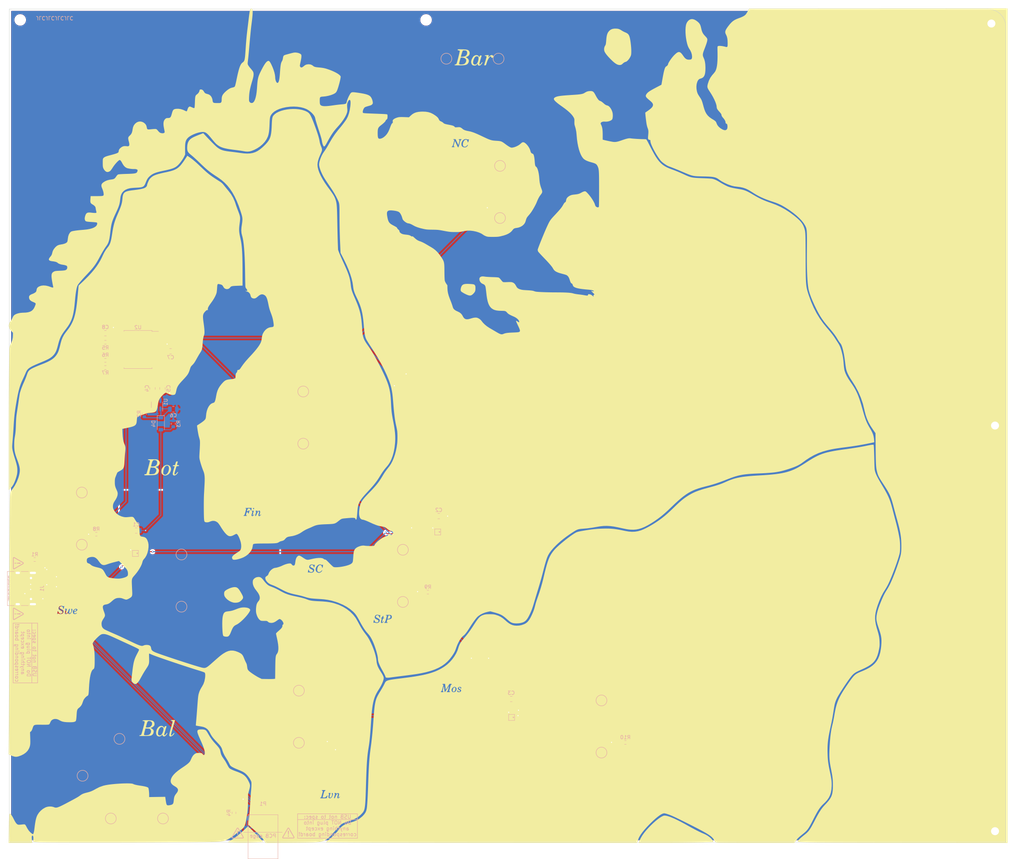
<source format=kicad_pcb>
(kicad_pcb (version 20211014) (generator pcbnew)
  (layers (0 "F.Cu" signal) (31 "B.Cu" signal) (34 "B.Paste" user) (35 "F.Paste" user) (36 "B.SilkS" user "B.Silkscreen") (37 "F.SilkS" user "F.Silkscreen") (38 "B.Mask" user) (39 "F.Mask" user) (44 "Edge.Cuts" user))
  (net 0 "")
  (net 1 "+5V")
  (net 2 "GND")
  (net 3 "+3V3")
  (net 4 "/LED_TL2TR")
  (net 5 "Net-(D1-Pad3)")
  (net 6 "Net-(D2-Pad3)")
  (net 7 "/LED_TR2BR")
  (net 8 "/GPIO1_SCL")
  (net 9 "/GPIO0_SDA")
  (net 10 "/SUP34")
  (net 13 "Net-(J1-PadS1)")
  (net 18 "Net-(P1-PadS1)")
  (net 19 "/SUP7")
  (net 20 "/SUP8")
  (net 21 "/SUP9")
  (net 23 "VS")
  (net 24 "Net-(R2-Pad1)")
  (net 25 "Net-(R5-Pad1)")
  (footprint "dip:SK6805-EC" (layer "F.Cu") (at 158.6 215.6)
    (fp_text reference "D3" hide)
    (fp_text value "SK6805-EC" hide)
    (pad "1" smd rect (at -0.475 0.475) (size 0.55 0.55) (layers "F.Cu" "F.Paste" "F.Mask") (net 6 "Net-(D2-Pad3)"))
    (pad "2" smd rect (at 0.475 0.475) (size 0.55 0.55) (layers "F.Cu" "F.Paste" "F.Mask") (net 1 "+5V"))
    (pad "3" smd rect (at 0.475 -0.475) (size 0.55 0.55) (layers "F.Cu" "F.Paste" "F.Mask") (net 7 "/LED_TR2BR"))
    (pad "4" smd rect (at -0.475 -0.475) (size 0.55 0.55) (layers "F.Cu" "F.Paste" "F.Mask") (net 2 "GND"))
  )
  (footprint "dip:TestPoint_Pad_D2.0mm" (layer "F.Cu") (at 128.6 172.2)
    (fp_text reference "TP1" hide)
    (fp_text value "TestPoint" hide)
    (pad "1" smd circle (at 0 0) (size 2 2) (layers "F.Cu" "F.Mask") (net 3 "+3V3"))
  )
  (footprint "dip:SK6805-EC" (layer "F.Cu") (at 54.8 170.3)
    (fp_text reference "D1" hide)
    (fp_text value "SK6805-EC" hide)
    (pad "1" smd rect (at -0.475 0.475) (size 0.55 0.55) (layers "F.Cu" "F.Paste" "F.Mask") (net 4 "/LED_TL2TR"))
    (pad "2" smd rect (at 0.475 0.475) (size 0.55 0.55) (layers "F.Cu" "F.Paste" "F.Mask") (net 1 "+5V"))
    (pad "3" smd rect (at 0.475 -0.475) (size 0.55 0.55) (layers "F.Cu" "F.Paste" "F.Mask") (net 5 "Net-(D1-Pad3)"))
    (pad "4" smd rect (at -0.475 -0.475) (size 0.55 0.55) (layers "F.Cu" "F.Paste" "F.Mask") (net 2 "GND"))
  )
  (footprint "dip:SK6805-EC" (layer "F.Cu") (at 138.2 164.4)
    (fp_text reference "D2" hide)
    (fp_text value "SK6805-EC" hide)
    (pad "1" smd rect (at -0.475 0.475) (size 0.55 0.55) (layers "F.Cu" "F.Paste" "F.Mask") (net 5 "Net-(D1-Pad3)"))
    (pad "2" smd rect (at 0.475 0.475) (size 0.55 0.55) (layers "F.Cu" "F.Paste" "F.Mask") (net 1 "+5V"))
    (pad "3" smd rect (at 0.475 -0.475) (size 0.55 0.55) (layers "F.Cu" "F.Paste" "F.Mask") (net 6 "Net-(D2-Pad3)"))
    (pad "4" smd rect (at -0.475 -0.475) (size 0.55 0.55) (layers "F.Cu" "F.Paste" "F.Mask") (net 2 "GND"))
  )
  (footprint "dip:TestPoint_Pad_D2.0mm" (layer "F.Cu") (at 155.4 74.8 180)
    (fp_text reference "TP2" hide)
    (fp_text value "TestPoint" hide)
    (pad "1" smd circle (at 0 0 180) (size 2 2) (layers "F.Cu" "F.Mask") (net 20 "/SUP8"))
  )
  (footprint "MountingHole:MountingHole_2.2mm_M2" (layer "F.Cu") (at 292 135)
    (fp_text reference "H2")
    (fp_text value "MountingHole")
    (pad "" np_thru_hole circle (at 0 0) (size 2.2 2.2) (drill 2.2) (layers *.Cu *.Mask))
  )
  (footprint "dip:TestPoint_Pad_D2.0mm" (layer "F.Cu") (at 183.4 213.8)
    (fp_text reference "TP3" hide)
    (fp_text value "TestPoint" hide)
    (pad "1" smd circle (at 0 0) (size 2 2) (layers "F.Cu" "F.Mask") (net 3 "+3V3"))
  )
  (footprint "LOGO" (layer "F.Cu") (at 157.6 135)
    (fp_text reference "G***" hide)
    (fp_text value "LOGO" hide)
  )
  (footprint "MountingHole:MountingHole_2.2mm_M2" (layer "F.Cu") (at 135 23)
    (fp_text reference "H4")
    (fp_text value "MountingHole")
    (pad "" np_thru_hole circle (at 0 0) (size 2.2 2.2) (drill 2.2) (layers *.Cu *.Mask))
  )
  (footprint "MountingHole:MountingHole_2.2mm_M2" (layer "F.Cu") (at 292 247)
    (fp_text reference "H1")
    (fp_text value "MountingHole")
    (pad "" np_thru_hole circle (at 0 0) (size 2.2 2.2) (drill 2.2) (layers *.Cu *.Mask))
  )
  (footprint "dip:TestPoint_Pad_D2.0mm" (layer "F.Cu") (at 155.4 66.2)
    (fp_text reference "TP5" hide)
    (fp_text value "TestPoint" hide)
    (pad "1" smd circle (at 0 0) (size 2 2) (layers "F.Cu" "F.Mask") (net 3 "+3V3"))
  )
  (footprint "dip:TestPoint_Pad_D2.0mm" (layer "F.Cu") (at 183.4 222.4 180)
    (fp_text reference "TP8" hide)
    (fp_text value "TestPoint" hide)
    (pad "1" smd circle (at 0 0 180) (size 2 2) (layers "F.Cu" "F.Mask") (net 21 "/SUP9"))
  )
  (footprint "MountingHole:MountingHole_2.2mm_M2" (layer "F.Cu") (at 291 24)
    (fp_text reference "H3")
    (fp_text value "MountingHole")
    (pad "" np_thru_hole circle (at 0 0) (size 2.2 2.2) (drill 2.2) (layers *.Cu *.Mask))
  )
  (footprint "dip:TestPoint_Pad_D2.0mm" (layer "F.Cu") (at 128.6 180.8 180)
    (fp_text reference "TP7" hide)
    (fp_text value "TestPoint" hide)
    (pad "1" smd circle (at 0 0 180) (size 2 2) (layers "F.Cu" "F.Mask") (net 20 "/SUP8"))
  )
  (footprint "dip:TestPoint_Pad_D2.0mm" (layer "F.Cu") (at 40 156.4)
    (fp_text reference "TP4" hide)
    (fp_text value "TestPoint" hide)
    (pad "1" smd circle (at 0 0) (size 2 2) (layers "F.Cu" "F.Mask") (net 3 "+3V3"))
  )
  (footprint "MountingHole:MountingHole_2.2mm_M2" (layer "F.Cu") (at 23 23)
    (fp_text reference "H5")
    (fp_text value "MountingHole")
    (pad "" np_thru_hole circle (at 0 0) (size 2.2 2.2) (drill 2.2) (layers *.Cu *.Mask))
  )
  (footprint "dip:TestPoint_Pad_D2.0mm" (layer "F.Cu") (at 40 165 180)
    (fp_text reference "TP6" hide)
    (fp_text value "TestPoint" hide)
    (pad "1" smd circle (at 0 0 180) (size 2 2) (layers "F.Cu" "F.Mask") (net 19 "/SUP7"))
  )
  (footprint "Resistor_SMD:R_0603_1608Metric" (layer "B.Cu") (at 46.5 117)
    (fp_text reference "R6" (at 0 -1.5) (layer "B.SilkS") (effects (justify mirror)))
    (fp_text value "10k")
    (pad "1" smd roundrect (at -0.825 0) (size 0.8 0.95) (layers "B.Cu" "B.Paste" "B.Mask") (net 3 "+3V3"))
    (pad "2" smd roundrect (at 0.825 0) (size 0.8 0.95) (layers "B.Cu" "B.Paste" "B.Mask") (net 8 "/GPIO1_SCL"))
  )
  (footprint "LOGO" (layer "B.Cu") (at 97 247.5 180)
    (fp_text reference "G***" hide)
    (fp_text value "LOGO" hide)
  )
  (footprint "Capacitor_SMD:C_0805_2012Metric" (layer "B.Cu") (at 55 164 180)
    (fp_text reference "C1" (at 0 1.68) (layer "B.SilkS") (effects (justify mirror)))
    (fp_text value "0.1µ")
    (pad "1" smd roundrect (at -0.95 0 180) (size 1 1.45) (layers "B.Cu" "B.Paste" "B.Mask") (net 1 "+5V"))
    (pad "2" smd roundrect (at 0.95 0 180) (size 1 1.45) (layers "B.Cu" "B.Paste" "B.Mask") (net 2 "GND"))
  )
  (footprint "Resistor_SMD:R_0603_1608Metric" (layer "B.Cu") (at 65.25 134.5 90)
    (fp_text reference "R3" (at 0 1.43 90) (layer "B.SilkS") (effects (justify mirror)))
    (fp_text value "10k")
    (pad "1" smd roundrect (at -0.825 0 90) (size 0.8 0.95) (layers "B.Cu" "B.Paste" "B.Mask") (net 1 "+5V"))
    (pad "2" smd roundrect (at 0.825 0 90) (size 0.8 0.95) (layers "B.Cu" "B.Paste" "B.Mask") (net 2 "GND"))
  )
  (footprint "LOGO" (layer "B.Cu") (at 22.5 187 90)
    (fp_text reference "G***" hide)
    (fp_text value "LOGO" hide)
  )
  (footprint "Resistor_SMD:R_0603_1608Metric" (layer "B.Cu") (at 44 165 180)
    (fp_text reference "R8" (at 0 1.43) (layer "B.SilkS") (effects (justify mirror)))
    (fp_text value "10k")
    (pad "1" smd roundrect (at -0.825 0 180) (size 0.8 0.95) (layers "B.Cu" "B.Paste" "B.Mask") (net 2 "GND"))
    (pad "2" smd roundrect (at 0.825 0 180) (size 0.8 0.95) (layers "B.Cu" "B.Paste" "B.Mask") (net 19 "/SUP7"))
  )
  (footprint "Capacitor_SMD:C_0805_2012Metric" (layer "B.Cu") (at 64.5 114.5)
    (fp_text reference "C7" (at 0 1.68) (layer "B.SilkS") (effects (justify mirror)))
    (fp_text value "0.1u")
    (pad "1" smd roundrect (at -0.95 0) (size 1 1.45) (layers "B.Cu" "B.Paste" "B.Mask") (net 3 "+3V3"))
    (pad "2" smd roundrect (at 0.95 0) (size 1 1.45) (layers "B.Cu" "B.Paste" "B.Mask") (net 2 "GND"))
  )
  (footprint "LOGO" (layer "B.Cu") (at 83 247.5 180)
    (fp_text reference "G***" hide)
    (fp_text value "LOGO" hide)
  )
  (footprint "dip:USB_C_Plug_edge_launch" (layer "B.Cu") (at 90 243.8 180)
    (fp_text reference "P1" (at 0 4.36) (layer "B.SilkS") (effects (justify mirror)))
    (fp_text value "USB_C_Plug")
    (fp_text user "PCB edge" (at 0 -4.5 unlocked) (layer "B.SilkS") (effects (justify mirror)))
    (pad "A1" smd rect (at 2.75 2.25 180) (size 0.4 1.825) (layers "B.Cu" "B.Paste" "B.Mask") (net 2 "GND"))
    (pad "A4" smd rect (at 1.25 2.25 180) (size 0.4 1.825) (layers "B.Cu" "B.Paste" "B.Mask") (net 1 "+5V"))
    (pad "A5" smd rect (at 0.75 2.25 180) (size 0.4 1.825) (layers "B.Cu" "B.Paste" "B.Mask") (net 8 "/GPIO1_SCL"))
    (pad "A6" smd rect (at 0.25 2.25 180) (size 0.4 1.825) (layers "B.Cu" "B.Paste" "B.Mask") (net 9 "/GPIO0_SDA"))
    (pad "A7" smd rect (at -0.25 2.25 180) (size 0.4 1.825) (layers "B.Cu" "B.Paste" "B.Mask") (net 10 "/SUP34"))
    (pad "A10" smd rect (at -1.75 2.25 180) (size 0.4 1.825) (layers "B.Cu" "B.Paste" "B.Mask"))
    (pad "A11" smd rect (at -2.25 2.25 180) (size 0.4 1.825) (layers "B.Cu" "B.Paste" "B.Mask"))
    (pad "B2" smd rect (at -2.75 2.25 180) (size 0.4 1.825) (layers "B.Cu" "B.Paste" "B.Mask"))
    (pad "B3" smd rect (at -1.25 2.25 180) (size 0.4 1.825) (layers "B.Cu" "B.Paste" "B.Mask"))
    (pad "B5" smd rect (at -0.75 2.25 180) (size 0.4 1.825) (layers "B.Cu" "B.Paste" "B.Mask") (net 7 "/LED_TR2BR"))
    (pad "B9" smd rect (at 1.75 2.25 180) (size 0.4 1.825) (layers "B.Cu" "B.Paste" "B.Mask") (net 1 "+5V"))
    (pad "B12" smd rect (at 2.25 2.25 180) (size 0.4 1.825) (layers "B.Cu" "B.Paste" "B.Mask") (net 2 "GND"))
    (pad "S1" smd rect (at -1.75 -2.3 180) (size 1.2 1.2) (layers "B.Cu" "B.Paste" "B.Mask") (net 18 "Net-(P1-PadS1)"))
    (pad "S1" smd rect (at -1.25 -0.55 180) (size 1.2 1.2) (layers "B.Cu" "B.Paste" "B.Mask") (net 18 "Net-(P1-PadS1)"))
    (pad "S1" smd rect (at 1.75 -2.3 180) (size 1.2 1.2) (layers "B.Cu" "B.Paste" "B.Mask") (net 18 "Net-(P1-PadS1)"))
    (pad "S1" smd rect (at -4.55 0.4 180) (size 1.5 1.2) (layers "B.Cu" "B.Paste" "B.Mask") (net 18 "Net-(P1-PadS1)"))
    (pad "S1" smd rect (at 3.25 2.15625 180) (size 0.4 2.0125) (layers "B.Cu" "B.Paste" "B.Mask") (net 18 "Net-(P1-PadS1)"))
    (pad "S1" smd rect (at -3.25 2.15 180) (size 0.4 2.0125) (layers "B.Cu" "B.Paste" "B.Mask") (net 18 "Net-(P1-PadS1)"))
    (pad "S1" smd rect (at 1.25 -0.55 180) (size 1.2 1.2) (layers "B.Cu" "B.Paste" "B.Mask") (net 18 "Net-(P1-PadS1)"))
    (pad "S1" smd rect (at 4.55 -2.3 180) (size 1.5 1.2) (layers "B.Cu" "B.Paste" "B.Mask") (net 18 "Net-(P1-PadS1)"))
    (pad "S1" smd rect (at 4.55 0.35 180) (size 1.5 1.2) (layers "B.Cu" "B.Paste" "B.Mask") (net 18 "Net-(P1-PadS1)"))
    (pad "S1" smd rect (at -4.55 -2.25 180) (size 1.5 1.2) (layers "B.Cu" "B.Paste" "B.Mask") (net 18 "Net-(P1-PadS1)"))
  )
  (footprint "Resistor_SMD:R_0603_1608Metric" (layer "B.Cu") (at 46.5 112 180)
    (fp_text reference "R5" (at 0 -1.5) (layer "B.SilkS") (effects (justify mirror)))
    (fp_text value "1k")
    (pad "1" smd roundrect (at -0.825 0 180) (size 0.8 0.95) (layers "B.Cu" "B.Paste" "B.Mask") (net 25 "Net-(R5-Pad1)"))
    (pad "2" smd roundrect (at 0.825 0 180) (size 0.8 0.95) (layers "B.Cu" "B.Paste" "B.Mask") (net 3 "+3V3"))
  )
  (footprint "LOGO" (layer "B.Cu") (at 22.5 173 90)
    (fp_text reference "G***" hide)
    (fp_text value "LOGO" hide)
  )
  (footprint "Resistor_SMD:R_0603_1608Metric" (layer "B.Cu") (at 82 241.94 -90)
    (fp_text reference "R4" (at 0 1.43 90) (layer "B.SilkS") (effects (justify mirror)))
    (fp_text value "1M")
    (pad "1" smd roundrect (at -0.825 0 270) (size 0.8 0.95) (layers "B.Cu" "B.Paste" "B.Mask") (net 2 "GND"))
    (pad "2" smd roundrect (at 0.825 0 270) (size 0.8 0.95) (layers "B.Cu" "B.Paste" "B.Mask") (net 18 "Net-(P1-PadS1)"))
  )
  (footprint "Package_SO:SOIC-16W_7.5x10.3mm_P1.27mm" (layer "B.Cu") (at 55.5 114 180)
    (fp_text reference "U2" (at 0 6.1) (layer "B.SilkS") (effects (justify mirror)))
    (fp_text value "PCF8591")
    (pad "1" smd roundrect (at -4.65 4.445 180) (size 2.05 0.6) (layers "B.Cu" "B.Paste" "B.Mask") (net 19 "/SUP7"))
    (pad "2" smd roundrect (at -4.65 3.175 180) (size 2.05 0.6) (layers "B.Cu" "B.Paste" "B.Mask") (net 20 "/SUP8"))
    (pad "3" smd roundrect (at -4.65 1.905 180) (size 2.05 0.6) (layers "B.Cu" "B.Paste" "B.Mask") (net 21 "/SUP9"))
    (pad "4" smd roundrect (at -4.65 0.635 180) (size 2.05 0.6) (layers "B.Cu" "B.Paste" "B.Mask"))
    (pad "5" smd roundrect (at -4.65 -0.635 180) (size 2.05 0.6) (layers "B.Cu" "B.Paste" "B.Mask") (net 3 "+3V3"))
    (pad "6" smd roundrect (at -4.65 -1.905 180) (size 2.05 0.6) (layers "B.Cu" "B.Paste" "B.Mask") (net 2 "GND"))
    (pad "7" smd roundrect (at -4.65 -3.175 180) (size 2.05 0.6) (layers "B.Cu" "B.Paste" "B.Mask") (net 2 "GND"))
    (pad "8" smd roundrect (at -4.65 -4.445 180) (size 2.05 0.6) (layers "B.Cu" "B.Paste" "B.Mask") (net 2 "GND"))
    (pad "9" smd roundrect (at 4.65 -4.445 180) (size 2.05 0.6) (layers "B.Cu" "B.Paste" "B.Mask") (net 9 "/GPIO0_SDA"))
    (pad "10" smd roundrect (at 4.65 -3.175 180) (size 2.05 0.6) (layers "B.Cu" "B.Paste" "B.Mask") (net 8 "/GPIO1_SCL"))
    (pad "11" smd roundrect (at 4.65 -1.905 180) (size 2.05 0.6) (layers "B.Cu" "B.Paste" "B.Mask"))
    (pad "12" smd roundrect (at 4.65 -0.635 180) (size 2.05 0.6) (layers "B.Cu" "B.Paste" "B.Mask") (net 2 "GND"))
    (pad "13" smd roundrect (at 4.65 0.635 180) (size 2.05 0.6) (layers "B.Cu" "B.Paste" "B.Mask") (net 2 "GND"))
    (pad "14" smd roundrect (at 4.65 1.905 180) (size 2.05 0.6) (layers "B.Cu" "B.Paste" "B.Mask") (net 25 "Net-(R5-Pad1)"))
    (pad "15" smd roundrect (at 4.65 3.175 180) (size 2.05 0.6) (layers "B.Cu" "B.Paste" "B.Mask"))
    (pad "16" smd roundrect (at 4.65 4.445 180) (size 2.05 0.6) (layers "B.Cu" "B.Paste" "B.Mask") (net 3 "+3V3"))
  )
  (footprint "Package_TO_SOT_SMD:SOT-23-5" (layer "B.Cu") (at 60.75 129.25 90)
    (fp_text reference "U1" (at 0.75 2.4 90) (layer "B.SilkS") (effects (justify mirror)))
    (fp_text value "AP2112K-3.3")
    (pad "1" smd roundrect (at -1.1375 0.95 90) (size 1.325 0.6) (layers "B.Cu" "B.Paste" "B.Mask") (net 23 "VS"))
    (pad "2" smd roundrect (at -1.1375 0 90) (size 1.325 0.6) (layers "B.Cu" "B.Paste" "B.Mask") (net 2 "GND"))
    (pad "3" smd roundrect (at -1.1375 -0.95 90) (size 1.325 0.6) (layers "B.Cu" "B.Paste" "B.Mask") (net 24 "Net-(R2-Pad1)"))
    (pad "4" smd roundrect (at 1.1375 -0.95 90) (size 1.325 0.6) (layers "B.Cu" "B.Paste" "B.Mask"))
    (pad "5" smd roundrect (at 1.1375 0.95 90) (size 1.325 0.6) (layers "B.Cu" "B.Paste" "B.Mask") (net 3 "+3V3"))
  )
  (footprint "Resistor_SMD:R_0603_1608Metric" (layer "B.Cu") (at 190 222.5 180)
    (fp_text reference "R10" (at 0 1.43) (layer "B.SilkS") (effects (justify mirror)))
    (fp_text value "10k")
    (pad "1" smd roundrect (at -0.825 0 180) (size 0.8 0.95) (layers "B.Cu" "B.Paste" "B.Mask") (net 2 "GND"))
    (pad "2" smd roundrect (at 0.825 0 180) (size 0.8 0.95) (layers "B.Cu" "B.Paste" "B.Mask") (net 21 "/SUP9"))
  )
  (footprint "Resistor_SMD:R_0603_1608Metric" (layer "B.Cu") (at 135.5 181 180)
    (fp_text reference "R9" (at 0 1.43) (layer "B.SilkS") (effects (justify mirror)))
    (fp_text value "10k")
    (pad "1" smd roundrect (at -0.825 0 180) (size 0.8 0.95) (layers "B.Cu" "B.Paste" "B.Mask") (net 2 "GND"))
    (pad "2" smd roundrect (at 0.825 0 180) (size 0.8 0.95) (layers "B.Cu" "B.Paste" "B.Mask") (net 20 "/SUP8"))
  )
  (footprint "Capacitor_SMD:C_0805_2012Metric" (layer "B.Cu") (at 46.5 109.5 180)
    (fp_text reference "C8" (at 0 1.68) (layer "B.SilkS") (effects (justify mirror)))
    (fp_text value "10u")
    (pad "1" smd roundrect (at -0.95 0 180) (size 1 1.45) (layers "B.Cu" "B.Paste" "B.Mask") (net 3 "+3V3"))
    (pad "2" smd roundrect (at 0.95 0 180) (size 1 1.45) (layers "B.Cu" "B.Paste" "B.Mask") (net 2 "GND"))
  )
  (footprint "Capacitor_SMD:C_0805_2012Metric" (layer "B.Cu") (at 65.25 130.5)
    (fp_text reference "C6" (at 0 1.68) (layer "B.SilkS") (effects (justify mirror)))
    (fp_text value "10µ")
    (pad "1" smd roundrect (at -0.95 0) (size 1 1.45) (layers "B.Cu" "B.Paste" "B.Mask") (net 23 "VS"))
    (pad "2" smd roundrect (at 0.95 0) (size 1 1.45) (layers "B.Cu" "B.Paste" "B.Mask") (net 2 "GND"))
  )
  (footprint "Resistor_SMD:R_0603_1608Metric" (layer "B.Cu") (at 46.5 119)
    (fp_text reference "R7" (at 0 1.43) (layer "B.SilkS") (effects (justify mirror)))
    (fp_text value "10k")
    (pad "1" smd roundrect (at -0.825 0) (size 0.8 0.95) (layers "B.Cu" "B.Paste" "B.Mask") (net 3 "+3V3"))
    (pad "2" smd roundrect (at 0.825 0) (size 0.8 0.95) (layers "B.Cu" "B.Paste" "B.Mask") (net 9 "/GPIO0_SDA"))
  )
  (footprint "dip:USB_C_Receptacle_HRO_TYPE-C-31-M-12" (layer "B.Cu") (at 23.37 180 90)
    (fp_text reference "J1" (at 0 5.645 90) (layer "B.SilkS") (effects (justify mirror)))
    (fp_text value "USB_C_Receptacle_USB2.0")
    (fp_text user "7.35mm from back of mounting hole" (at 0 -3.57 270 unlocked) (layer "B.SilkS") (effects (font (size 0.25 0.25) (thickness 0.0625)) (justify mirror)))
    (pad "" np_thru_hole circle (at 2.89 2.6 90) (size 0.65 0.65) (drill 0.65) (layers *.Cu *.Mask))
    (pad "" np_thru_hole circle (at -2.89 2.6 90) (size 0.65 0.65) (drill 0.65) (layers *.Cu *.Mask))
    (pad "A1" smd rect (at -3.25 4.045 90) (size 0.6 1.45) (layers "B.Cu" "B.Paste" "B.Mask") (net 2 "GND"))
    (pad "A4" smd rect (at -2.45 4.045 90) (size 0.6 1.45) (layers "B.Cu" "B.Paste" "B.Mask") (net 1 "+5V"))
    (pad "A5" smd rect (at -1.25 4.045 90) (size 0.3 1.45) (layers "B.Cu" "B.Paste" "B.Mask") (net 8 "/GPIO1_SCL"))
    (pad "A6" smd rect (at -0.25 4.045 90) (size 0.3 1.45) (layers "B.Cu" "B.Paste" "B.Mask") (net 9 "/GPIO0_SDA"))
    (pad "A7" smd rect (at 0.25 4.045 90) (size 0.3 1.45) (layers "B.Cu" "B.Paste" "B.Mask") (net 10 "/SUP34"))
    (pad "A8" smd rect (at 1.25 4.045 90) (size 0.3 1.45) (layers "B.Cu" "B.Paste" "B.Mask"))
    (pad "A9" smd rect (at 2.45 4.045 90) (size 0.6 1.45) (layers "B.Cu" "B.Paste" "B.Mask") (net 1 "+5V"))
    (pad "A12" smd rect (at 3.25 4.045 90) (size 0.6 1.45) (layers "B.Cu" "B.Paste" "B.Mask") (net 2 "GND"))
    (pad "B1" smd rect (at 3.25 4.045 90) (size 0.6 1.45) (layers "B.Cu" "B.Paste" "B.Mask") (net 2 "GND"))
    (pad "B4" smd rect (at 2.45 4.045 90) (size 0.6 1.45) (layers "B.Cu" "B.Paste" "B.Mask") (net 1 "+5V"))
    (pad "B5" smd rect (at 1.75 4.045 90) (size 0.3 1.45) (layers "B.Cu" "B.Paste" "B.Mask") (net 4 "/LED_TL2TR"))
    (pad "B6" smd rect (at 0.75 4.045 90) (size 0.3 1.45) (layers "B.Cu" "B.Paste" "B.Mask") (net 9 "/GPIO0_SDA"))
    (pad "B7" smd rect (at -0.75 4.045 90) (size 0.3 1.45) (layers "B.Cu" "B.Paste" "B.Mask") (net 10 "/SUP34"))
    (pad "B8" smd rect (at -1.75 4.045 90) (size 0.3 1.45) (layers "B.Cu" "B.Paste" "B.Mask"))
    (pad "B9" smd rect (at -2.45 4.045 90) (size 0.6 1.45) (layers "B.Cu" "B.Paste" "B.Mask") (net 1 "+5V"))
    (pad "B12" smd rect (at -3.25 4.045 90) (size 0.6 1.45) (layers "B.Cu" "B.Paste" "B.Mask") (net 2 "GND"))
    (pad "S1" thru_hole oval (at 4.32 -1.05 90) (size 1 1.6) (drill oval 0.6 1.2) (layers *.Cu *.Mask) (net 13 "Net-(J1-PadS1)"))
    (pad "S1" thru_hole oval (at 4.32 3.13 90) (size 1 2.1) (drill oval 0.6 1.7) (layers *.Cu *.Mask) (net 13 "Net-(J1-PadS1)"))
    (pad "S1" thru_hole oval (at -4.32 -1.05 90) (size 1 1.6) (drill oval 0.6 1.2) (layers *.Cu *.Mask) (net 13 "Net-(J1-PadS1)"))
    (pad "S1" thru_hole oval (at -4.32 3.13 90) (size 1 2.1) (drill oval 0.6 1.7) (layers *.Cu *.Mask) (net 13 "Net-(J1-PadS1)"))
  )
  (footprint "Resistor_SMD:R_0603_1608Metric" (layer "B.Cu") (at 27 172 180)
    (fp_text reference "R1" (at 0 1.43) (layer "B.SilkS") (effects (justify mirror)))
    (fp_text value "1M")
    (pad "1" smd roundrect (at -0.825 0 180) (size 0.8 0.95) (layers "B.Cu" "B.Paste" "B.Mask") (net 2 "GND"))
    (pad "2" smd roundrect (at 0.825 0 180) (size 0.8 0.95) (layers "B.Cu" "B.Paste" "B.Mask") (net 13 "Net-(J1-PadS1)"))
  )
  (footprint "Capacitor_SMD:C_0805_2012Metric" (layer "B.Cu") (at 158.5 210.5 180)
    (fp_text reference "C3" (at 0 1.68) (layer "B.SilkS") (effects (justify mirror)))
    (fp_text value "0.1µ")
    (pad "1" smd roundrect (at -0.95 0 180) (size 1 1.45) (layers "B.Cu" "B.Paste" "B.Mask") (net 1 "+5V"))
    (pad "2" smd roundrect (at 0.95 0 180) (size 1 1.45) (layers "B.Cu" "B.Paste" "B.Mask") (net 2 "GND"))
  )
  (footprint "Capacitor_SMD:C_0805_2012Metric" (layer "B.Cu") (at 59.5 124.75 90)
    (fp_text reference "C4" (at 0 -1.5 90) (layer "B.SilkS") (effects (justify mirror)))
    (fp_text value "10µ")
    (pad "1" smd roundrect (at -0.95 0 90) (size 1 1.45) (layers "B.Cu" "B.Paste" "B.Mask") (net 3 "+3V3"))
    (pad "2" smd roundrect (at 0.95 0 90) (size 1 1.45) (layers "B.Cu" "B.Paste" "B.Mask") (net 2 "GND"))
  )
  (footprint "Resistor_SMD:R_0603_1608Metric" (layer "B.Cu") (at 57.25 131.75 -90)
    (fp_text reference "R2" (at 0 1.43 90) (layer "B.SilkS") (effects (justify mirror)))
    (fp_text value "10k")
    (pad "1" smd roundrect (at -0.825 0 270) (size 0.8 0.95) (layers "B.Cu" "B.Paste" "B.Mask") (net 24 "Net-(R2-Pad1)"))
    (pad "2" smd roundrect (at 0.825 0 270) (size 0.8 0.95) (layers "B.Cu" "B.Paste" "B.Mask") (net 23 "VS"))
  )
  (footprint "Capacitor_SMD:C_0805_2012Metric" (layer "B.Cu") (at 138.5 160 180)
    (fp_text reference "C2" (at 0 1.68) (layer "B.SilkS") (effects (justify mirror)))
    (fp_text value "0.1µ")
    (pad "1" smd roundrect (at -0.95 0 180) (size 1 1.45) (layers "B.Cu" "B.Paste" "B.Mask") (net 1 "+5V"))
    (pad "2" smd roundrect (at 0.95 0 180) (size 1 1.45) (layers "B.Cu" "B.Paste" "B.Mask") (net 2 "GND"))
  )
  (footprint "Diode_SMD:D_SOD-123" (layer "B.Cu") (at 61.8 134.5 -90)
    (fp_text reference "D4" (at 0 2 90) (layer "B.SilkS") (effects (justify mirror)))
    (fp_text value "MBR0540")
    (pad "1" smd rect (at -1.65 0 270) (size 0.9 1.2) (layers "B.Cu" "B.Paste" "B.Mask") (net 23 "VS"))
    (pad "2" smd rect (at 1.65 0 270) (size 0.9 1.2) (layers "B.Cu" "B.Paste" "B.Mask") (net 1 "+5V"))
  )
  (footprint "Capacitor_SMD:C_0805_2012Metric" (layer "B.Cu") (at 62.25 124.75 90)
    (fp_text reference "C5" (at 0 1.68 90) (layer "B.SilkS") (effects (justify mirror)))
    (fp_text value "10µ")
    (pad "1" smd roundrect (at -0.95 0 90) (size 1 1.45) (layers "B.Cu" "B.Paste" "B.Mask") (net 3 "+3V3"))
    (pad "2" smd roundrect (at 0.95 0 90) (size 1 1.45) (layers "B.Cu" "B.Paste" "B.Mask") (net 2 "GND"))
  )
  (gr_circle (center 67.5 170.6) (end 69 170.6) (layer "B.SilkS") (width 0.15) (fill none))
  (gr_line (start 116.05 243.8) (end 99.55 243.8) (layer "B.SilkS") (width 0.15))
  (gr_circle (center 99.9 208.2) (end 101.4 208.2) (layer "B.SilkS") (width 0.15) (fill none))
  (gr_circle (center 99.9 222.6) (end 101.4 222.6) (layer "B.SilkS") (width 0.15) (fill none))
  (gr_line (start 21.05 206.05) (end 27.8 206.05) (layer "B.SilkS") (width 0.15))
  (gr_line (start 26.2 206.05) (end 26.2 189.55) (layer "B.SilkS") (width 0.15))
  (gr_circle (center 40.208831 231.691169) (end 39.148171 230.630509) (layer "B.SilkS") (width 0.15) (fill none))
  (gr_line (start 21.05 189.55) (end 21.05 206.05) (layer "B.SilkS") (width 0.15))
  (gr_circle (center 155 33.7) (end 155 32.2) (layer "B.SilkS") (width 0.15) (fill none))
  (gr_circle (center 50.391169 221.508831) (end 49.330509 220.448171) (layer "B.SilkS") (width 0.15) (fill none))
  (gr_circle (center 62.4 243.5) (end 62.4 242) (layer "B.SilkS") (width 0.15) (fill none))
  (gr_circle (center 101.1 140) (end 102.6 140) (layer "B.SilkS") (width 0.15) (fill none))
  (gr_line (start 27.8 206.05) (end 27.8 189.55) (layer "B.SilkS") (width 0.15))
  (gr_line (start 116.05 242.2) (end 99.55 242.2) (layer "B.SilkS") (width 0.15))
  (gr_circle (center 67.5 185) (end 69 185) (layer "B.SilkS") (width 0.15) (fill none))
  (gr_circle (center 140.6 33.7) (end 140.6 32.2) (layer "B.SilkS") (width 0.15) (fill none))
  (gr_circle (center 48 243.5) (end 48 242) (layer "B.SilkS") (width 0.15) (fill none))
  (gr_circle (center 101.1 125.6) (end 102.6 125.6) (layer "B.SilkS") (width 0.15) (fill none))
  (gr_line (start 21.05 189.55) (end 27.8 189.55) (layer "B.SilkS") (width 0.15))
  (gr_line (start 99.55 248.95) (end 116.05 248.95) (layer "B.SilkS") (width 0.15))
  (gr_line (start 116.05 248.95) (end 116.05 242.2) (layer "B.SilkS") (width 0.15))
  (gr_line (start 99.55 248.95) (end 99.55 242.2) (layer "B.SilkS") (width 0.15))
  (gr_line (start 20 20) (end 20 250) (layer "Edge.Cuts") (width 0.1))
  (gr_line (start 20 20) (end 290 20) (layer "Edge.Cuts") (width 0.1))
  (gr_arc (start 290 20) (mid 293.535534 21.464466) (end 295 25) (layer "Edge.Cuts") (width 0.1))
  (gr_line (start 295 25) (end 295 250) (layer "Edge.Cuts") (width 0.1))
  (gr_line (start 20 250) (end 295 250) (layer "Edge.Cuts") (width 0.1))
  (gr_text "USB not to spec:\nDo NOT plug into\nanything except\ncorresponding board!" (at 24.55 197.8 270) (layer "B.SilkS") (effects (font (size 1 1)) (justify mirror)))
  (gr_text "USB not to spec:\nDo NOT plug into\nanything except\ncorresponding board!" (at 107.8 245.45) (layer "B.SilkS") (effects (font (size 1 1)) (justify mirror)))
  (gr_text "JLCJLCJLCJLC" (at 32.5 22.5 180) (layer "B.SilkS") (effects (font (size 1 1)) (justify mirror)))
  (via (at 160.5 213.6) (size 0.5) (drill 0.3) (layers "F.Cu" "B.Cu") (net 1))
  (via (at 84.525 238.165) (size 0.5) (drill 0.3) (layers "F.Cu" "B.Cu") (net 1))
  (via (at 57.6 163.975) (size 0.5) (drill 0.3) (layers "F.Cu" "B.Cu") (net 1))
  (via (at 24.275 181.4) (size 0.5) (drill 0.3) (layers "F.Cu" "B.Cu") (net 1))
  (via (at 140.95 160) (size 0.5) (drill 0.3) (layers "F.Cu" "B.Cu") (net 1))
  (segment (start 25.006616 180.668384) (end 25.006616 180.815638) (width 0.2) (layer "B.Cu") (net 1))
  (segment (start 26.483918 177.55) (end 25.758918 178.275) (width 0.2) (layer "B.Cu") (net 1))
  (segment (start 88.25 240.34) (end 87.075 239.165) (width 0.2) (layer "B.Cu") (net 1))
  (segment (start 57.575 164) (end 57.6 163.975) (width 0.2) (layer "B.Cu") (net 1))
  (segment (start 86.075 238.165) (end 84.525 238.165) (width 0.2) (layer "B.Cu") (net 1))
  (segment (start 57.6 163.975) (end 61.8 159.775) (width 0.2) (layer "B.Cu") (net 1))
  (segment (start 139.45 160) (end 140.95 160) (width 0.2) (layer "B.Cu") (net 1))
  (segment (start 87.075 239.165) (end 86.075 238.165) (width 0.2) (layer "B.Cu") (net 1))
  (segment (start 26.640978 182.45) (end 27.415 182.45) (width 0.2) (layer "B.Cu") (net 1))
  (segment (start 61.8 159.775) (end 61.8 136.15) (width 0.2) (layer "B.Cu") (net 1))
  (segment (start 160.5 211.55) (end 160.5 213.6) (width 0.2) (layer "B.Cu") (net 1))
  (segment (start 25.006616 180.593385) (end 25.006616 180.668384) (width 0.2) (layer "B.Cu") (net 1))
  (segment (start 64.425 136.15) (end 65.25 135.325) (width 0.2) (layer "B.Cu") (net 1))
  (segment (start 24.94848 178.90152) (end 24.94848 180.535249) (width 0.2) (layer "B.Cu") (net 1))
  (segment (start 24.94848 180.535249) (end 25.006616 180.593385) (width 0.2) (layer "B.Cu") (net 1))
  (segment (start 159.45 210.5) (end 160.5 211.55) (width 0.2) (layer "B.Cu") (net 1))
  (segment (start 27.415 177.55) (end 26.483918 177.55) (width 0.2) (layer "B.Cu") (net 1))
  (segment (start 88.25 241.55) (end 88.75 241.55) (width 0.2) (layer "B.Cu") (net 1))
  (segment (start 25.758918 178.275) (end 25.575 178.275) (width 0.2) (layer "B.Cu") (net 1))
  (segment (start 55.95 164) (end 57.575 164) (width 0.2) (layer "B.Cu") (net 1))
  (segment (start 25.575 178.275) (end 24.94848 178.90152) (width 0.2) (layer "B.Cu") (net 1))
  (segment (start 25.006616 180.668384) (end 24.275 181.4) (width 0.2) (layer "B.Cu") (net 1))
  (segment (start 61.8 136.15) (end 64.425 136.15) (width 0.2) (layer "B.Cu") (net 1))
  (segment (start 88.25 241.55) (end 88.25 240.34) (width 0.2) (layer "B.Cu") (net 1))
  (segment (start 25.006616 180.815638) (end 26.640978 182.45) (width 0.2) (layer "B.Cu") (net 1))
  (segment (start 54.325 169.825) (end 53.975 169.825) (width 0.2) (layer "F.Cu") (net 2))
  (segment (start 137.5 163.925) (end 136.85 163.275) (width 0.2) (layer "F.Cu") (net 2))
  (segment (start 53.975 169.825) (end 53.475 169.325) (width 0.2) (layer "F.Cu") (net 2))
  (segment (start 110 224.5) (end 107.75 222.25) (width 0.2) (layer "F.Cu") (net 2))
  (segment (start 136.85 163.275) (end 131.025 163.275) (width 0.2) (layer "F.Cu") (net 2))
  (segment (start 152.25 199.25) (end 147.5 199.25) (width 0.2) (layer "F.Cu") (net 2))
  (segment (start 129.5 120.75) (end 126.25 124) (width 0.2) (layer "F.Cu") (net 2))
  (segment (start 137.725 163.925) (end 137.5 163.925) (width 0.2) (layer "F.Cu") (net 2))
  (segment (start 158.125 215.125) (end 158.125 214.5) (width 0.2) (layer "F.Cu") (net 2))
  (segment (start 131.025 163.275) (end 131 163.25) (width 0.2) (layer "F.Cu") (net 2))
  (segment (start 33 176.75) (end 33 179.5) (width 0.2) (layer "F.Cu") (net 2))
  (segment (start 158.125 214.5) (end 157.8 214.175) (width 0.2) (layer "F.Cu") (net 2))
  (via (at 110 224.5) (size 0.5) (drill 0.3) (layers "F.Cu" "B.Cu") (net 2))
  (via (at 136.85 163.275) (size 0.5) (drill 0.3) (layers "F.Cu" "B.Cu") (net 2))
  (via (at 152.25 199.25) (size 0.5) (drill 0.3) (layers "F.Cu" "B.Cu") (net 2))
  (via (at 129.5 120.75) (size 0.5) (drill 0.3) (layers "F.Cu" "B.Cu") (net 2))
  (via (at 33 176.75) (size 0.5) (drill 0.3) (layers "F.Cu" "B.Cu") (net 2))
  (via (at 33 179.5) (size 0.5) (drill 0.3) (layers "F.Cu" "B.Cu") (net 2))
  (via (at 131 163.25) (size 0.5) (drill 0.3) (layers "F.Cu" "B.Cu") (net 2))
  (via (at 126.25 124) (size 0.5) (drill 0.3) (layers "F.Cu" "B.Cu") (net 2))
  (via (at 147.5 199.25) (size 0.5) (drill 0.3) (layers "F.Cu" "B.Cu") (net 2))
  (via (at 157.8 214.175) (size 0.5) (drill 0.3) (layers "F.Cu" "B.Cu") (net 2))
  (via (at 53.475 169.325) (size 0.5) (drill 0.3) (layers "F.Cu" "B.Cu") (net 2))
  (via (at 107.75 222.25) (size 0.5) (drill 0.3) (layers "F.Cu" "B.Cu") (net 2))
  (segment (start 87 239.94) (end 87.75 240.69) (width 0.2) (layer "B.Cu") (net 2))
  (segment (start 87.25 240.19) (end 87.25 241.55) (width 0.2) (layer "B.Cu") (net 2))
  (segment (start 87.75 240.69) (end 87.75 241.55) (width 0.2) (layer "B.Cu") (net 2))
  (segment (start 83.175 239.94) (end 87 239.94) (width 0.2) (layer "B.Cu") (net 2))
  (segment (start 58.47548 128.086197) (end 58.47548 124.82452) (width 0.2) (layer "B.Cu") (net 2))
  (segment (start 82 241.115) (end 83.175 239.94) (width 0.2) (layer "B.Cu") (net 2))
  (segment (start 60.75 129.688323) (end 60.136197 129.07452) (width 0.2) (layer "B.Cu") (net 2))
  (segment (start 60.75 130.3875) (end 60.75 129.688323) (width 0.2) (layer "B.Cu") (net 2))
  (segment (start 27.675 183.25) (end 29.35 184.925) (width 0.2) (layer "B.Cu") (net 2))
  (segment (start 27.84952 176.31548) (end 27.415 176.75) (width 0.2) (layer "B.Cu") (net 2))
  (segment (start 29.425 176.75) (end 29.975 176.2) (width 0.2) (layer "B.Cu") (net 2))
  (segment (start 58.47548 124.82452) (end 59.5 123.8) (width 0.2) (layer "B.Cu") (net 2))
  (segment (start 59.463803 129.07452) (end 58.47548 128.086197) (width 0.2) (layer "B.Cu") (net 2))
  (segment (start 27.415 183.25) (end 27.675 183.25) (width 0.2) (layer "B.Cu") (net 2))
  (segment (start 27.825 172) (end 27.84952 172.02452) (width 0.2) (layer "B.Cu") (net 2))
  (segment (start 27.415 176.75) (end 29.425 176.75) (width 0.2) (layer "B.Cu") (net 2))
  (segment (start 87 239.94) (end 87.25 240.19) (width 0.2) (layer "B.Cu") (net 2))
  (segment (start 60.136197 129.07452) (end 59.463803 129.07452) (width 0.2) (layer "B.Cu") (net 2))
  (segment (start 27.84952 172.02452) (end 27.84952 176.31548) (width 0.2) (layer "B.Cu") (net 2))
  (via (at 48.725 107.925) (size 0.5) (drill 0.3) (layers "F.Cu" "B.Cu") (net 3))
  (via (at 64.25 126) (size 0.5) (drill 0.3) (layers "F.Cu" "B.Cu") (net 3))
  (via (at 63.55 112.5) (size 0.5) (drill 0.3) (layers "F.Cu" "B.Cu") (net 3))
  (segment (start 62.25 125.7) (end 63.95 125.7) (width 0.25) (layer "B.Cu") (net 3))
  (segment (start 45.675 111.275) (end 47.45 109.5) (width 0.25) (layer "B.Cu") (net 3))
  (segment (start 59.723928 114.635) (end 60.15 114.635) (width 0.25) (layer "B.Cu") (net 3))
  (segment (start 63.415 114.635) (end 63.55 114.5) (width 0.25) (layer "B.Cu") (net 3))
  (segment (start 47.45 109.2) (end 48.725 107.925) (width 0.25) (layer "B.Cu") (net 3))
  (segment (start 59.5 125.7) (end 61.7 127.9) (width 0.25) (layer "B.Cu") (net 3))
  (segment (start 60.15 114.635) (end 63.415 114.635) (width 0.25) (layer "B.Cu") (net 3))
  (segment (start 61.7 128.1125) (end 61.7 126.25) (width 0.25) (layer "B.Cu") (net 3))
  (segment (start 63.55 114.5) (end 63.55 112.5) (width 0.25) (layer "B.Cu") (net 3))
  (segment (start 45.675 119) (end 45.675 117) (width 0.25) (layer "B.Cu") (net 3))
  (segment (start 47.45 109.5) (end 47.45 109.2) (width 0.25) (layer "B.Cu") (net 3))
  (segment (start 45.675 117) (end 45.675 112) (width 0.25) (layer "B.Cu") (net 3))
  (segment (start 61.7 127.9) (end 61.7 128.1125) (width 0.25) (layer "B.Cu") (net 3))
  (segment (start 61.7 126.25) (end 62.25 125.7) (width 0.25) (layer "B.Cu") (net 3))
  (segment (start 47.45 109.5) (end 50.795 109.5) (width 0.25) (layer "B.Cu") (net 3))
  (segment (start 62.25 125.7) (end 59.5 125.7) (width 0.25) (layer "B.Cu") (net 3))
  (segment (start 50.795 109.5) (end 50.85 109.555) (width 0.25) (layer "B.Cu") (net 3))
  (segment (start 63.95 125.7) (end 64.25 126) (width 0.25) (layer "B.Cu") (net 3))
  (segment (start 45.675 112) (end 45.675 111.275) (width 0.25) (layer "B.Cu") (net 3))
  (segment (start 51 174) (end 54.225 170.775) (width 0.2) (layer "F.Cu") (net 4))
  (segment (start 54.225 170.775) (end 54.325 170.775) (width 0.2) (layer "F.Cu") (net 4))
  (via (at 51 174) (size 0.5) (drill 0.3) (layers "F.Cu" "B.Cu") (net 4))
  (segment (start 46.75 178.25) (end 51 174) (width 0.2) (layer "B.Cu") (net 4))
  (segment (start 27.415 178.25) (end 46.75 178.25) (width 0.2) (layer "B.Cu") (net 4))
  (segment (start 124.25 164.875) (end 137.725 164.875) (width 0.25) (layer "F.Cu") (net 5))
  (segment (start 123.9 164.525) (end 124.25 164.875) (width 0.25) (layer "F.Cu") (net 5))
  (segment (start 55.275 169.825) (end 59.525 169.825) (width 0.25) (layer "F.Cu") (net 5))
  (via (at 59.525 169.825) (size 0.5) (drill 0.3) (layers "F.Cu" "B.Cu") (net 5))
  (via (at 123.9 164.525) (size 0.5) (drill 0.3) (layers "F.Cu" "B.Cu") (net 5))
  (segment (start 59.525 169.825) (end 118.6 169.825) (width 0.25) (layer "B.Cu") (net 5))
  (segment (start 118.6 169.825) (end 123.9 164.525) (width 0.25) (layer "B.Cu") (net 5))
  (segment (start 138.675 163.925) (end 139.2 163.925) (width 0.25) (layer "F.Cu") (net 6))
  (segment (start 156.45 216.075) (end 158.125 216.075) (width 0.25) (layer "F.Cu") (net 6))
  (segment (start 139.2 163.925) (end 154.625 179.35) (width 0.25) (layer "F.Cu") (net 6))
  (segment (start 154.625 179.35) (end 154.625 214.25) (width 0.25) (layer "F.Cu") (net 6))
  (segment (start 154.625 214.25) (end 156.45 216.075) (width 0.25) (layer "F.Cu") (net 6))
  (segment (start 159.075 215.125) (end 160.35 215.125) (width 0.2) (layer "F.Cu") (net 7))
  (segment (start 160.35 215.125) (end 160.375 215.1) (width 0.2) (layer "F.Cu") (net 7))
  (via (at 160.375 215.1) (size 0.5) (drill 0.3) (layers "F.Cu" "B.Cu") (net 7))
  (segment (start 117.025 215.1) (end 90.75 241.375) (width 0.2) (layer "B.Cu") (net 7))
  (segment (start 90.75 239.815) (end 90.75 241.55) (width 0.2) (layer "B.Cu") (net 7))
  (segment (start 160.375 215.1) (end 117.025 215.1) (width 0.2) (layer "B.Cu") (net 7))
  (segment (start 29.525 182.55) (end 29.525 174.625) (width 0.2) (layer "F.Cu") (net 8))
  (segment (start 29.820612 174.27344) (end 29.820612 174.329388) (width 0.2) (layer "F.Cu") (net 8))
  (segment (start 29.25 182.825) (end 29.525 182.55) (width 0.2) (layer "F.Cu") (net 8))
  (segment (start 29.820612 174.329388) (end 29.525 174.625) (width 0.2) (layer "F.Cu") (net 8))
  (via (at 29.25 182.825) (size 0.5) (drill 0.3) (layers "F.Cu" "B.Cu") (net 8))
  (via (at 29.820612 174.27344) (size 0.5) (drill 0.3) (layers "F.Cu" "B.Cu") (net 8))
  (segment (start 29.99848 174.095572) (end 29.820612 174.27344) (width 0.2) (layer "B.Cu") (net 8))
  (segment (start 46.37452 117.95048) (end 46.37452 120.10104) (width 0.2) (layer "B.Cu") (net 8))
  (segment (start 29.99848 172.925) (end 29.99848 174.095572) (width 0.2) (layer "B.Cu") (net 8))
  (segment (start 29.99848 149.38975) (end 29.99848 172.525) (width 0.2) (layer "B.Cu") (net 8))
  (segment (start 29.36375 182.11125) (end 29.36375 182.71125) (width 0.2) (layer "B.Cu") (net 8))
  (segment (start 36.281615 143.106615) (end 29.99848 149.38975) (width 0.2) (layer "B.Cu") (net 8))
  (segment (start 89.25 241.55) (end 89.25 240.4375) (width 0.2) (layer "B.Cu") (net 8))
  (segment (start 46.37452 120.10104) (end 46.99848 120.725) (width 0.2) (layer "B.Cu") (net 8))
  (segment (start 47.325 117) (end 46.37452 117.95048) (width 0.2) (layer "B.Cu") (net 8))
  (segment (start 46.99848 132.38975) (end 36.281615 143.106615) (width 0.2) (layer "B.Cu") (net 8))
  (segment (start 50.675 117) (end 50.85 117.175) (width 0.2) (layer "B.Cu") (net 8))
  (segment (start 29.36375 182.71125) (end 29.25 182.825) (width 0.2) (layer "B.Cu") (net 8))
  (segment (start 46.99848 128.825) (end 46.99848 132.38975) (width 0.2) (layer "B.Cu") (net 8))
  (segment (start 89.25 241.9975) (end 29.36375 182.11125) (width 0.2) (layer "B.Cu") (net 8))
  (segment (start 29.99848 172.525) (end 29.99848 172.925) (width 0.2) (layer "B.Cu") (net 8))
  (segment (start 28.5025 181.25) (end 27.415 181.25) (width 0.2) (layer "B.Cu") (net 8))
  (segment (start 29.36375 182.11125) (end 28.5025 181.25) (width 0.2) (layer "B.Cu") (net 8))
  (segment (start 47.325 117) (end 50.675 117) (width 0.2) (layer "B.Cu") (net 8))
  (segment (start 46.99848 120.725) (end 46.99848 128.825) (width 0.2) (layer "B.Cu") (net 8))
  (segment (start 30.325 178.95) (end 30.325 174.75) (width 0.2) (layer "F.Cu") (net 9))
  (segment (start 25.875 180.25) (end 25.875 178.85) (width 0.2) (layer "F.Cu") (net 9))
  (via (at 30.325 178.95) (size 0.5) (drill 0.3) (layers "F.Cu" "B.Cu") (net 9))
  (via (at 25.875 178.85) (size 0.5) (drill 0.3) (layers "F.Cu" "B.Cu") (net 9))
  (via (at 25.875 180.25) (size 0.5) (drill 0.3) (layers "F.Cu" "B.Cu") (net 9))
  (via (at 30.325 174.75) (size 0.5) (drill 0.3) (layers "F.Cu" "B.Cu") (net 9))
  (segment (start 26.275 179.25) (end 27.415 179.25) (width 0.2) (layer "B.Cu") (net 9))
  (segment (start 25.875 178.85) (end 26.275 179.25) (width 0.2) (layer "B.Cu") (net 9))
  (segment (start 27.415 179.25) (end 30.025 179.25) (width 0.2) (layer "B.Cu") (net 9))
  (segment (start 89.75 241.66) (end 28.34 180.25) (width 0.2) (layer "B.Cu") (net 9))
  (segment (start 47.325 132.525) (end 47.325 119) (width 0.2) (layer "B.Cu") (net 9))
  (segment (start 30.325 174.75) (end 30.325 149.525) (width 0.2) (layer "B.Cu") (net 9))
  (segment (start 89.75 241.55) (end 89.75 240.1) (width 0.2) (layer "B.Cu") (net 9))
  (segment (start 30.325 149.525) (end 47.325 132.525) (width 0.2) (layer "B.Cu") (net 9))
  (segment (start 50.295 119) (end 50.85 118.445) (width 0.2) (layer "B.Cu") (net 9))
  (segment (start 28.34 180.25) (end 27.415 180.25) (width 0.2) (layer "B.Cu") (net 9))
  (segment (start 30.025 179.25) (end 30.325 178.95) (width 0.2) (layer "B.Cu") (net 9))
  (segment (start 47.325 119) (end 50.295 119) (width 0.2) (layer "B.Cu") (net 9))
  (segment (start 27.415 180.25) (end 25.875 180.25) (width 0.2) (layer "B.Cu") (net 9))
  (segment (start 26.375 179.75) (end 27.415 179.75) (width 0.2) (layer "B.Cu") (net 10))
  (segment (start 28.34 179.75) (end 27.415 179.75) (width 0.2) (layer "B.Cu") (net 10))
  (segment (start 25.275 180.1) (end 25.65 179.725) (width 0.2) (layer "B.Cu") (net 10))
  (segment (start 90.25 241.66) (end 28.34 179.75) (width 0.2) (layer "B.Cu") (net 10))
  (segment (start 25.65 179.725) (end 26.35 179.725) (width 0.2) (layer "B.Cu") (net 10))
  (segment (start 90.25 241.55) (end 90.25 240.1) (width 0.2) (layer "B.Cu") (net 10))
  (segment (start 26.1 180.75) (end 25.975 180.875) (width 0.2) (layer "B.Cu") (net 10))
  (segment (start 25.975 180.875) (end 25.75 180.875) (width 0.2) (layer "B.Cu") (net 10))
  (segment (start 27.415 180.75) (end 26.1 180.75) (width 0.2) (layer "B.Cu") (net 10))
  (segment (start 25.275 180.4) (end 25.275 180.1) (width 0.2) (layer "B.Cu") (net 10))
  (segment (start 25.75 180.875) (end 25.275 180.4) (width 0.2) (layer "B.Cu") (net 10))
  (segment (start 26.35 179.725) (end 26.375 179.75) (width 0.2) (layer "B.Cu") (net 10))
  (segment (start 22.32 175.68) (end 22.32 184.32) (width 0.25) (layer "B.Cu") (net 13))
  (segment (start 26.5 172.325) (end 26.5 175.68) (width 0.25) (layer "B.Cu") (net 13))
  (segment (start 26.175 172) (end 26.5 172.325) (width 0.25) (layer "B.Cu") (net 13))
  (segment (start 26.5 175.68) (end 22.32 175.68) (width 0.25) (layer "B.Cu") (net 13))
  (segment (start 22.32 184.32) (end 26.5 184.32) (width 0.25) (layer "B.Cu") (net 13))
  (segment (start 91.25 244.35) (end 88.75 244.35) (width 0.25) (layer "B.Cu") (net 18))
  (segment (start 82 242.765) (end 82.685 243.45) (width 0.25) (layer "B.Cu") (net 18))
  (segment (start 85.45 243.45) (end 86.725489 242.174511) (width 0.25) (layer "B.Cu") (net 18))
  (segment (start 82.685 243.45) (end 85.45 243.45) (width 0.25) (layer "B.Cu") (net 18))
  (segment (start 91.75 246.1) (end 91.75 244.85) (width 0.25) (layer "B.Cu") (net 18))
  (segment (start 85.45 246.1) (end 88.25 246.1) (width 0.25) (layer "B.Cu") (net 18))
  (segment (start 85.45 243.45) (end 85.45 246.1) (width 0.25) (layer "B.Cu") (net 18))
  (segment (start 93.274511 242.124511) (end 93.274511 241.65) (width 0.25) (layer "B.Cu") (net 18))
  (segment (start 91.75 246.1) (end 94.5 246.1) (width 0.25) (layer "B.Cu") (net 18))
  (segment (start 94.5 246.1) (end 94.55 246.05) (width 0.25) (layer "B.Cu") (net 18))
  (segment (start 91.75 244.85) (end 91.25 244.35) (width 0.25) (layer "B.Cu") (net 18))
  (segment (start 88.25 246.1) (end 88.25 244.85) (width 0.25) (layer "B.Cu") (net 18))
  (segment (start 94.55 246.05) (end 94.55 243.4) (width 0.25) (layer "B.Cu") (net 18))
  (segment (start 88.25 244.85) (end 88.75 244.35) (width 0.25) (layer "B.Cu") (net 18))
  (segment (start 94.55 243.4) (end 93.274511 242.124511) (width 0.25) (layer "B.Cu") (net 18))
  (segment (start 86.725489 242.174511) (end 86.725489 241.64375) (width 0.25) (layer "B.Cu") (net 18))
  (segment (start 40 165) (end 41.875 165) (width 0.25) (layer "F.Cu") (net 19))
  (via (at 41.875 165) (size 0.5) (drill 0.3) (layers "F.Cu" "B.Cu") (net 19))
  (segment (start 52.19952 117.079408) (end 52.19952 155.97548) (width 0.25) (layer "B.Cu") (net 19))
  (segment (start 60.15 109.555) (end 59.723928 109.555) (width 0.25) (layer "B.Cu") (net 19))
  (segment (start 59.723928 109.555) (end 52.19952 117.079408) (width 0.25) (layer "B.Cu") (net 19))
  (segment (start 41.875 165) (end 43.175 165) (width 0.25) (layer "B.Cu") (net 19))
  (segment (start 52.19952 155.97548) (end 43.175 165) (width 0.25) (layer "B.Cu") (net 19))
  (segment (start 151.95 74.8) (end 155.4 74.8) (width 0.25) (layer "F.Cu") (net 20))
  (segment (start 151.9 74.85) (end 151.95 74.8) (width 0.25) (layer "F.Cu") (net 20))
  (segment (start 128.6 180.8) (end 132.6 180.8) (width 0.25) (layer "F.Cu") (net 20))
  (segment (start 132.6 180.8) (end 132.65 180.85) (width 0.25) (layer "F.Cu") (net 20))
  (via (at 132.65 180.85) (size 0.5) (drill 0.3) (layers "F.Cu" "B.Cu") (net 20))
  (via (at 151.9 74.85) (size 0.5) (drill 0.3) (layers "F.Cu" "B.Cu") (net 20))
  (segment (start 132.65 127.55) (end 115.925 110.825) (width 0.25) (layer "B.Cu") (net 20))
  (segment (start 132.65 180.85) (end 132.65 127.55) (width 0.25) (layer "B.Cu") (net 20))
  (segment (start 115.925 110.825) (end 151.9 74.85) (width 0.25) (layer "B.Cu") (net 20))
  (segment (start 132.65 180.85) (end 134.525 180.85) (width 0.25) (layer "B.Cu") (net 20))
  (segment (start 60.15 110.825) (end 115.925 110.825) (width 0.25) (layer "B.Cu") (net 20))
  (segment (start 134.525 180.85) (end 134.675 181) (width 0.25) (layer "B.Cu") (net 20))
  (segment (start 186.175 222.475) (end 186.1 222.4) (width 0.25) (layer "F.Cu") (net 21))
  (segment (start 186.1 222.4) (end 183.4 222.4) (width 0.25) (layer "F.Cu") (net 21))
  (via (at 186.175 222.475) (size 0.5) (drill 0.3) (layers "F.Cu" "B.Cu") (net 21))
  (segment (start 60.319511 111.925489) (end 72.112971 111.925489) (width 0.25) (layer "B.Cu") (net 21))
  (segment (start 131.975 181.375) (end 173.075 222.475) (width 0.25) (layer "B.Cu") (net 21))
  (segment (start 173.075 222.475) (end 186.175 222.475) (width 0.25) (layer "B.Cu") (net 21))
  (segment (start 186.2 222.5) (end 186.175 222.475) (width 0.25) (layer "B.Cu") (net 21))
  (segment (start 72.112971 111.925489) (end 131.975 171.787518) (width 0.25) (layer "B.Cu") (net 21))
  (segment (start 60.15 112.095) (end 60.319511 111.925489) (width 0.25) (layer "B.Cu") (net 21))
  (segment (start 189.175 222.5) (end 186.2 222.5) (width 0.25) (layer "B.Cu") (net 21))
  (segment (start 131.975 171.787518) (end 131.975 181.375) (width 0.25) (layer "B.Cu") (net 21))
  (segment (start 61.7 130.3875) (end 64.1875 130.3875) (width 0.25) (layer "B.Cu") (net 23))
  (segment (start 61.7 130.3875) (end 61.8 130.4875) (width 0.25) (layer "B.Cu") (net 23))
  (segment (start 61.8 130.4875) (end 61.8 132.85) (width 0.25) (layer "B.Cu") (net 23))
  (segment (start 57.25 132.575) (end 57.525 132.85) (width 0.25) (layer "B.Cu") (net 23))
  (segment (start 61.95 132.85) (end 64.3 130.5) (width 0.25) (layer "B.Cu") (net 23))
  (segment (start 64.1875 130.3875) (end 64.3 130.5) (width 0.25) (layer "B.Cu") (net 23))
  (segment (start 61.8 132.85) (end 61.95 132.85) (width 0.25) (layer "B.Cu") (net 23))
  (segment (start 57.525 132.85) (end 61.8 132.85) (width 0.25) (layer "B.Cu") (net 23))
  (segment (start 57.25 130.925) (end 59.2625 130.925) (width 0.25) (layer "B.Cu") (net 24))
  (segment (start 59.2625 130.925) (end 59.8 130.3875) (width 0.25) (layer "B.Cu") (net 24))
  (segment (start 47.325 112) (end 50.755 112) (width 0.25) (layer "B.Cu") (net 25))
  (segment (start 50.755 112) (end 50.85 112.095) (width 0.25) (layer "B.Cu") (net 25))
  (zone (net 1) (net_name "+5V") (layer "F.Cu") (connect_pads (clearance 0.508)) (min_thickness 0.254) (fill yes (thermal_gap 0.508) (thermal_bridge_width 0.508))
    (polygon (pts (xy 172 252.5) (xy 17.5 251.5) (xy 17.5 173) (xy 50.5 173) (xy 50.5 153) (xy 94.5 153) (xy 94.5 193) (xy 133 193) (xy 133 143) (xy 172 143)))
  )
  (zone (net 3) (net_name "+3V3") (layer "F.Cu") (connect_pads (clearance 0.508)) (min_thickness 0.254) (fill yes (thermal_gap 0.508) (thermal_bridge_width 0.508))
    (polygon (pts (xy 300 252.5) (xy 172.5 252.5) (xy 172.5 142.5) (xy 132.5 142.5) (xy 132.5 192.5) (xy 95 192.5) (xy 95 152.5) (xy 50 152.5) (xy 50 172.5) (xy 17.5 172.5) (xy 17.5 17.5) (xy 300 17.5)))
  )
  (zone (net 2) (net_name "GND") (layer "B.Cu") (connect_pads (clearance 0.508)) (min_thickness 0.254) (fill yes (thermal_gap 0.508) (thermal_bridge_width 0.508))
    (polygon (pts (xy 295 250) (xy 20 250) (xy 20 20) (xy 295 20)))
  )
)
</source>
